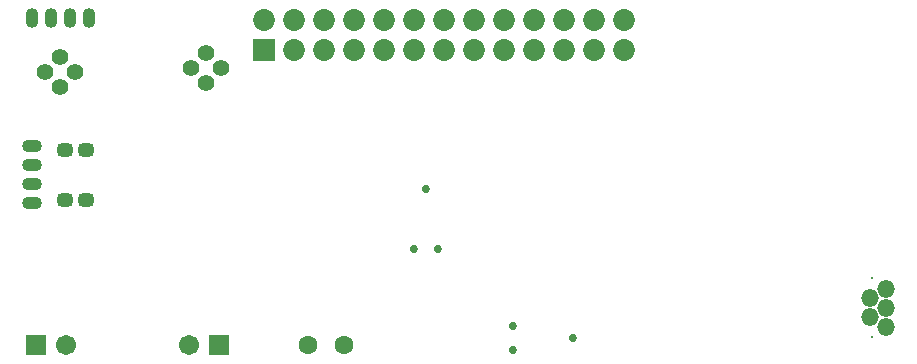
<source format=gbs>
G04*
G04 #@! TF.GenerationSoftware,Altium Limited,Altium Designer,19.1.5 (86)*
G04*
G04 Layer_Color=16711935*
%FSLAX44Y44*%
%MOMM*%
G71*
G01*
G75*
%ADD120C,1.4032*%
%ADD121O,1.5032X1.5032*%
%ADD122C,0.2032*%
%ADD123C,0.6982*%
%ADD124C,1.6032*%
%ADD125R,1.7032X1.7032*%
%ADD126C,1.7032*%
G04:AMPARAMS|DCode=127|XSize=1.3032mm|YSize=1.1032mm|CornerRadius=0.3266mm|HoleSize=0mm|Usage=FLASHONLY|Rotation=180.000|XOffset=0mm|YOffset=0mm|HoleType=Round|Shape=RoundedRectangle|*
%AMROUNDEDRECTD127*
21,1,1.3032,0.4500,0,0,180.0*
21,1,0.6500,1.1032,0,0,180.0*
1,1,0.6532,-0.3250,0.2250*
1,1,0.6532,0.3250,0.2250*
1,1,0.6532,0.3250,-0.2250*
1,1,0.6532,-0.3250,-0.2250*
%
%ADD127ROUNDEDRECTD127*%
%ADD128R,1.8532X1.8532*%
%ADD129C,1.8532*%
%ADD130O,1.1000X1.7000*%
%ADD131O,1.7000X1.1000*%
D120*
X24130Y247650D02*
D03*
X36830Y234950D02*
D03*
X49530Y247650D02*
D03*
X36830Y260350D02*
D03*
X147320Y251460D02*
D03*
X160020Y238760D02*
D03*
X172720Y251460D02*
D03*
X160020Y264160D02*
D03*
D121*
X721980Y56260D02*
D03*
X735980Y64260D02*
D03*
Y48260D02*
D03*
Y32260D02*
D03*
X721980Y40260D02*
D03*
D122*
X723980Y73260D02*
D03*
Y23260D02*
D03*
D123*
X420370Y33020D02*
D03*
Y12700D02*
D03*
X471170Y22860D02*
D03*
X336020Y97790D02*
D03*
X356340D02*
D03*
X346180Y148590D02*
D03*
D124*
X276620Y16510D02*
D03*
X246620D02*
D03*
D125*
X171450D02*
D03*
X16510D02*
D03*
D126*
X146050D02*
D03*
X41910D02*
D03*
D127*
X58640Y181610D02*
D03*
Y139610D02*
D03*
X40640Y181610D02*
D03*
Y139610D02*
D03*
D128*
X209550Y266700D02*
D03*
D129*
Y292070D02*
D03*
X234950Y266700D02*
D03*
Y292070D02*
D03*
X260350Y266700D02*
D03*
Y292070D02*
D03*
X285750Y266700D02*
D03*
Y292070D02*
D03*
X311150Y266700D02*
D03*
Y292070D02*
D03*
X336550Y266700D02*
D03*
Y292070D02*
D03*
X361950Y266700D02*
D03*
Y292070D02*
D03*
X387350Y266700D02*
D03*
Y292070D02*
D03*
X412750Y266700D02*
D03*
Y292070D02*
D03*
X438150Y266700D02*
D03*
Y292070D02*
D03*
X463550Y266700D02*
D03*
Y292070D02*
D03*
X488950Y266700D02*
D03*
Y292070D02*
D03*
X514350Y266700D02*
D03*
Y292070D02*
D03*
D130*
X60830Y293370D02*
D03*
X44830D02*
D03*
X28830D02*
D03*
X12830D02*
D03*
D131*
X12700Y185290D02*
D03*
Y169290D02*
D03*
Y153290D02*
D03*
Y137290D02*
D03*
M02*

</source>
